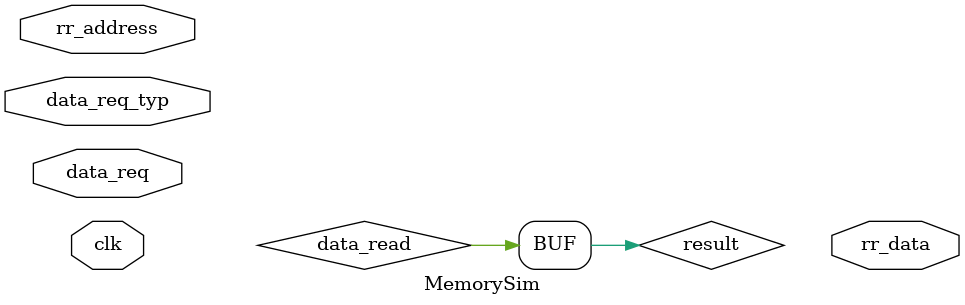
<source format=sv>
module MemorySim(
		 input logic 	     clk,
		 input logic [31:0]  data_req,
		 input logic [1:0]   data_req_typ,
		 input logic [31:0]  rr_address,
		 output logic [31:0] rr_data
);   
   parameter size = 1024;   
   logic [31:0] data_mem[0:size-1];
   
      
   initial begin
      for (int i=0; i < size; i++) begin
	 data_mem[i] = '0;
      end
   end

   
   assign data_read = result;
      
   always_ff @(posedge(clk)) begin
      result <= data_mem[data_req.index];
      if (data_req.we) begin
	 data_mem[data_req.index] <= data_write;	 
      end
   end
endmodule

</source>
